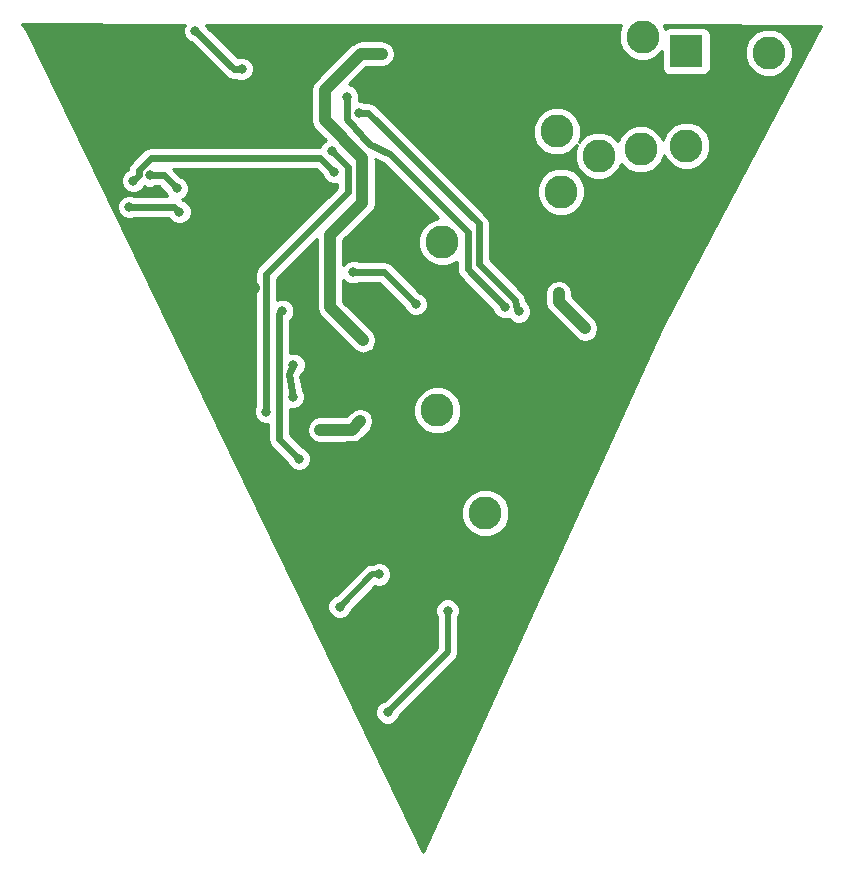
<source format=gbr>
G04 #@! TF.GenerationSoftware,KiCad,Pcbnew,no-vcs-found*
G04 #@! TF.CreationDate,2018-07-24T12:14:50+02:00*
G04 #@! TF.ProjectId,mycelium_pcb_radio,6D7963656C69756D5F7063625F726164,rev?*
G04 #@! TF.SameCoordinates,Original
G04 #@! TF.FileFunction,Copper,L2,Bot,Signal*
G04 #@! TF.FilePolarity,Positive*
%FSLAX46Y46*%
G04 Gerber Fmt 4.6, Leading zero omitted, Abs format (unit mm)*
G04 Created by KiCad (PCBNEW no-vcs-found) date Tue Jul 24 12:14:50 2018*
%MOMM*%
%LPD*%
G01*
G04 APERTURE LIST*
%ADD10C,2.800000*%
%ADD11R,2.800000X2.800000*%
%ADD12C,0.800000*%
%ADD13C,1.000000*%
%ADD14C,0.800000*%
%ADD15C,0.600000*%
%ADD16C,0.550000*%
%ADD17C,0.254000*%
G04 APERTURE END LIST*
D10*
X260388100Y-45834300D03*
X232321100Y-76136500D03*
X232752900Y-61874400D03*
X249542300Y-54025800D03*
X249707400Y-44500800D03*
D11*
X253403100Y-45720000D03*
D10*
X253403100Y-53720000D03*
X245973600Y-54559200D03*
X242443000Y-52489100D03*
X242798600Y-57607200D03*
X236372400Y-84823300D03*
D12*
X256438400Y-55118000D03*
X253009400Y-57607200D03*
X237007400Y-93954600D03*
X210769200Y-48920400D03*
X237655100Y-58394600D03*
X235699300Y-97878900D03*
X240538000Y-62611000D03*
X234391200Y-74599800D03*
X227761800Y-76695300D03*
X218160600Y-61163200D03*
X215696800Y-63093600D03*
X210527900Y-61163200D03*
X215811100Y-53035200D03*
X209969100Y-51943000D03*
X221792800Y-44589700D03*
X229666800Y-51435000D03*
X233667300Y-54178200D03*
X237337600Y-55346600D03*
X226923600Y-77952600D03*
X240106200Y-83820000D03*
X244640100Y-77343000D03*
X216789000Y-65798700D03*
X213512400Y-74295000D03*
X226034600Y-70180200D03*
X227622100Y-45948600D03*
X215747600Y-47218600D03*
X211836000Y-43980100D03*
X225780600Y-77038200D03*
X222389700Y-77762100D03*
X244830600Y-69189600D03*
X242582700Y-66217800D03*
X223608900Y-55930800D03*
X206578200Y-56692800D03*
X220611700Y-80238600D03*
X219189300Y-67703700D03*
X233184700Y-93091000D03*
X228104700Y-101701600D03*
X227380800Y-90017600D03*
X224053400Y-92735400D03*
X217817700Y-76238100D03*
X223380300Y-54178200D03*
X225666300Y-50939700D03*
X239204500Y-67741800D03*
X220103700Y-74980800D03*
X220141800Y-72275700D03*
X224675700Y-49555400D03*
X238023400Y-67386200D03*
X207987900Y-56235600D03*
X210273900Y-57340500D03*
X225209100Y-64427100D03*
X230505000Y-67132200D03*
X206222600Y-58902600D03*
X210477100Y-59321700D03*
D13*
X209969100Y-51943000D02*
X209943700Y-51943000D01*
D14*
X228015800Y-79044800D02*
X224663000Y-79044800D01*
X215023700Y-73139300D02*
X213512400Y-71628000D01*
X215023700Y-79578200D02*
X215023700Y-73139300D01*
X217424000Y-81978500D02*
X215023700Y-79578200D01*
X221729300Y-81978500D02*
X217424000Y-81978500D01*
X224663000Y-79044800D02*
X221729300Y-81978500D01*
X241846100Y-81076800D02*
X242347750Y-81578450D01*
D13*
X230047800Y-81076800D02*
X241846100Y-81076800D01*
D14*
X226923600Y-77952600D02*
X228015800Y-79044800D01*
X228015800Y-79044800D02*
X230047800Y-81076800D01*
D13*
X240106200Y-83820000D02*
X242347750Y-81578450D01*
D14*
X242347750Y-81578450D02*
X242658900Y-81267300D01*
D13*
X242658900Y-81267300D02*
X244640100Y-79286100D01*
X244640100Y-79286100D02*
X244640100Y-77343000D01*
X216789000Y-65798700D02*
X213512400Y-69075300D01*
X213512400Y-69075300D02*
X213512400Y-71628000D01*
X213512400Y-71628000D02*
X213512400Y-74295000D01*
X225933000Y-54927500D02*
X225933000Y-54737000D01*
X226034600Y-70180200D02*
X223240600Y-67386200D01*
X223240600Y-67386200D02*
X223240600Y-61252100D01*
X223240600Y-61252100D02*
X225958400Y-58534300D01*
X225958400Y-58534300D02*
X225958400Y-54952900D01*
X225958400Y-54952900D02*
X225933000Y-54927500D01*
X225844100Y-45948600D02*
X227622100Y-45948600D01*
X222770700Y-49022000D02*
X225844100Y-45948600D01*
X222770700Y-51574700D02*
X222770700Y-49022000D01*
X225933000Y-54737000D02*
X222770700Y-51574700D01*
D15*
X215074500Y-47218600D02*
X215747600Y-47218600D01*
X211836000Y-43980100D02*
X215074500Y-47218600D01*
D13*
X225780600Y-77038200D02*
X225056700Y-77762100D01*
X225056700Y-77762100D02*
X222389700Y-77762100D01*
X244830600Y-69189600D02*
X242582700Y-66941700D01*
X242582700Y-66941700D02*
X242582700Y-66217800D01*
D15*
X222427800Y-54749700D02*
X223608900Y-55930800D01*
X208102200Y-54749700D02*
X222427800Y-54749700D01*
X207035400Y-55816500D02*
X208102200Y-54749700D01*
X207035400Y-56235600D02*
X207035400Y-55816500D01*
X206578200Y-56692800D02*
X207035400Y-56235600D01*
X218909900Y-71450200D02*
X218909900Y-78536800D01*
X218909900Y-78536800D02*
X220611700Y-80238600D01*
X218909900Y-71450200D02*
X218935300Y-71475600D01*
X218909900Y-67983100D02*
X218909900Y-71450200D01*
X219189300Y-67703700D02*
X218909900Y-67983100D01*
D16*
X233184700Y-96621600D02*
X233184700Y-93091000D01*
X228104700Y-101701600D02*
X233184700Y-96621600D01*
X226771200Y-90017600D02*
X227380800Y-90017600D01*
X224053400Y-92735400D02*
X226771200Y-90017600D01*
D15*
X217817700Y-64579500D02*
X217817700Y-76238100D01*
X224726500Y-57670700D02*
X217817700Y-64579500D01*
X224726500Y-55524400D02*
X224726500Y-57670700D01*
X223380300Y-54178200D02*
X224726500Y-55524400D01*
X226453700Y-50939700D02*
X225666300Y-50939700D01*
X235813600Y-60299600D02*
X226453700Y-50939700D01*
X235813600Y-63728600D02*
X235813600Y-60299600D01*
X238861600Y-66776600D02*
X235813600Y-63728600D01*
X239090200Y-67627500D02*
X238861600Y-66776600D01*
X239204500Y-67741800D02*
X239090200Y-67627500D01*
X219751386Y-73035812D02*
X220103700Y-74980800D01*
X220141800Y-72275700D02*
X219751386Y-73035812D01*
X224713800Y-51435000D02*
X224675700Y-49555400D01*
X226573471Y-53587064D02*
X224713800Y-51435000D01*
X228282500Y-54419500D02*
X226573471Y-53587064D01*
X234899200Y-61036200D02*
X228282500Y-54419500D01*
X234899200Y-64198500D02*
X234899200Y-61036200D01*
X238023400Y-67386200D02*
X234899200Y-64198500D01*
X209169000Y-56235600D02*
X207987900Y-56235600D01*
X210273900Y-57340500D02*
X209169000Y-56235600D01*
X227799900Y-64427100D02*
X225209100Y-64427100D01*
X230505000Y-67132200D02*
X227799900Y-64427100D01*
X210058000Y-58902600D02*
X206222600Y-58902600D01*
X210477100Y-59321700D02*
X210058000Y-58902600D01*
D17*
G36*
X210931190Y-43460222D02*
X210801180Y-43773323D01*
X210800821Y-44185071D01*
X210958058Y-44565615D01*
X211248954Y-44857019D01*
X211491231Y-44957621D01*
X214413355Y-47879745D01*
X214716691Y-48082427D01*
X215074500Y-48153600D01*
X215300429Y-48153600D01*
X215540823Y-48253420D01*
X215952571Y-48253779D01*
X216333115Y-48096542D01*
X216624519Y-47805646D01*
X216782420Y-47425377D01*
X216782779Y-47013629D01*
X216625542Y-46633085D01*
X216334646Y-46341681D01*
X215954377Y-46183780D01*
X215542629Y-46183421D01*
X215414537Y-46236347D01*
X212813342Y-43635152D01*
X212742456Y-43463595D01*
X247907428Y-43529079D01*
X247672754Y-44094238D01*
X247672048Y-44903811D01*
X247981205Y-45652029D01*
X248553160Y-46224983D01*
X249300838Y-46535446D01*
X250110411Y-46536152D01*
X250858629Y-46226995D01*
X251355660Y-45730831D01*
X251355660Y-47120000D01*
X251404943Y-47367765D01*
X251545291Y-47577809D01*
X251755335Y-47718157D01*
X252003100Y-47767440D01*
X254803100Y-47767440D01*
X255050865Y-47718157D01*
X255260909Y-47577809D01*
X255401257Y-47367765D01*
X255450540Y-47120000D01*
X255450540Y-46237311D01*
X258352748Y-46237311D01*
X258661905Y-46985529D01*
X259233860Y-47558483D01*
X259981538Y-47868946D01*
X260791111Y-47869652D01*
X261539329Y-47560495D01*
X262112283Y-46988540D01*
X262422746Y-46240862D01*
X262423452Y-45431289D01*
X262114295Y-44683071D01*
X261542340Y-44110117D01*
X260794662Y-43799654D01*
X259985089Y-43798948D01*
X259236871Y-44108105D01*
X258663917Y-44680060D01*
X258353454Y-45427738D01*
X258352748Y-46237311D01*
X255450540Y-46237311D01*
X255450540Y-44320000D01*
X255401257Y-44072235D01*
X255260909Y-43862191D01*
X255050865Y-43721843D01*
X254803100Y-43672560D01*
X252003100Y-43672560D01*
X251755335Y-43721843D01*
X251623745Y-43809769D01*
X251510539Y-43535789D01*
X264838218Y-43560608D01*
X251347772Y-69028553D01*
X251344371Y-69035474D01*
X231149188Y-113492662D01*
X225554521Y-101906571D01*
X227069521Y-101906571D01*
X227226758Y-102287115D01*
X227517654Y-102578519D01*
X227897923Y-102736420D01*
X228309671Y-102736779D01*
X228690215Y-102579542D01*
X228981619Y-102288646D01*
X229107327Y-101985907D01*
X233828167Y-97265067D01*
X234025430Y-96969842D01*
X234094700Y-96621600D01*
X234094700Y-93598378D01*
X234219520Y-93297777D01*
X234219879Y-92886029D01*
X234062642Y-92505485D01*
X233771746Y-92214081D01*
X233391477Y-92056180D01*
X232979729Y-92055821D01*
X232599185Y-92213058D01*
X232307781Y-92503954D01*
X232149880Y-92884223D01*
X232149521Y-93295971D01*
X232274700Y-93598928D01*
X232274700Y-96244666D01*
X227820003Y-100699363D01*
X227519185Y-100823658D01*
X227227781Y-101114554D01*
X227069880Y-101494823D01*
X227069521Y-101906571D01*
X225554521Y-101906571D01*
X221224940Y-92940371D01*
X223018221Y-92940371D01*
X223175458Y-93320915D01*
X223466354Y-93612319D01*
X223846623Y-93770220D01*
X224258371Y-93770579D01*
X224638915Y-93613342D01*
X224930319Y-93322446D01*
X225056027Y-93019707D01*
X227067533Y-91008201D01*
X227174023Y-91052420D01*
X227585771Y-91052779D01*
X227966315Y-90895542D01*
X228257719Y-90604646D01*
X228415620Y-90224377D01*
X228415979Y-89812629D01*
X228258742Y-89432085D01*
X227967846Y-89140681D01*
X227587577Y-88982780D01*
X227175829Y-88982421D01*
X226872872Y-89107600D01*
X226771200Y-89107600D01*
X226422958Y-89176870D01*
X226127733Y-89374133D01*
X223768703Y-91733163D01*
X223467885Y-91857458D01*
X223176481Y-92148354D01*
X223018580Y-92528623D01*
X223018221Y-92940371D01*
X221224940Y-92940371D01*
X217499991Y-85226311D01*
X234337048Y-85226311D01*
X234646205Y-85974529D01*
X235218160Y-86547483D01*
X235965838Y-86857946D01*
X236775411Y-86858652D01*
X237523629Y-86549495D01*
X238096583Y-85977540D01*
X238407046Y-85229862D01*
X238407752Y-84420289D01*
X238098595Y-83672071D01*
X237526640Y-83099117D01*
X236778962Y-82788654D01*
X235969389Y-82787948D01*
X235221171Y-83097105D01*
X234648217Y-83669060D01*
X234337754Y-84416738D01*
X234337048Y-85226311D01*
X217499991Y-85226311D01*
X204887826Y-59107571D01*
X205187421Y-59107571D01*
X205344658Y-59488115D01*
X205635554Y-59779519D01*
X206015823Y-59937420D01*
X206427571Y-59937779D01*
X206670024Y-59837600D01*
X209570394Y-59837600D01*
X209599158Y-59907215D01*
X209890054Y-60198619D01*
X210270323Y-60356520D01*
X210682071Y-60356879D01*
X211062615Y-60199642D01*
X211354019Y-59908746D01*
X211511920Y-59528477D01*
X211512279Y-59116729D01*
X211355042Y-58736185D01*
X211064146Y-58444781D01*
X210821869Y-58344179D01*
X210743873Y-58266183D01*
X210859415Y-58218442D01*
X211150819Y-57927546D01*
X211308720Y-57547277D01*
X211309079Y-57135529D01*
X211151842Y-56754985D01*
X210860946Y-56463581D01*
X210618669Y-56362979D01*
X209940390Y-55684700D01*
X222040510Y-55684700D01*
X222631558Y-56275748D01*
X222730958Y-56516315D01*
X223021854Y-56807719D01*
X223402123Y-56965620D01*
X223791500Y-56965959D01*
X223791500Y-57283410D01*
X217156555Y-63918355D01*
X216953873Y-64221691D01*
X216882700Y-64579500D01*
X216882700Y-75790929D01*
X216782880Y-76031323D01*
X216782521Y-76443071D01*
X216939758Y-76823615D01*
X217230654Y-77115019D01*
X217610923Y-77272920D01*
X217974900Y-77273237D01*
X217974900Y-78536800D01*
X218046073Y-78894609D01*
X218248755Y-79197945D01*
X219634358Y-80583548D01*
X219733758Y-80824115D01*
X220024654Y-81115519D01*
X220404923Y-81273420D01*
X220816671Y-81273779D01*
X221197215Y-81116542D01*
X221488619Y-80825646D01*
X221646520Y-80445377D01*
X221646879Y-80033629D01*
X221489642Y-79653085D01*
X221198746Y-79361681D01*
X220956469Y-79261079D01*
X219844900Y-78149510D01*
X219844900Y-77762100D01*
X221254700Y-77762100D01*
X221341097Y-78196446D01*
X221587134Y-78564666D01*
X221955354Y-78810703D01*
X222389700Y-78897100D01*
X225056700Y-78897100D01*
X225491046Y-78810703D01*
X225859266Y-78564666D01*
X226583166Y-77840766D01*
X226829203Y-77472545D01*
X226915600Y-77038200D01*
X226829203Y-76603855D01*
X226786210Y-76539511D01*
X230285748Y-76539511D01*
X230594905Y-77287729D01*
X231166860Y-77860683D01*
X231914538Y-78171146D01*
X232724111Y-78171852D01*
X233472329Y-77862695D01*
X234045283Y-77290740D01*
X234355746Y-76543062D01*
X234356452Y-75733489D01*
X234047295Y-74985271D01*
X233475340Y-74412317D01*
X232727662Y-74101854D01*
X231918089Y-74101148D01*
X231169871Y-74410305D01*
X230596917Y-74982260D01*
X230286454Y-75729938D01*
X230285748Y-76539511D01*
X226786210Y-76539511D01*
X226583166Y-76235634D01*
X226214945Y-75989597D01*
X225780600Y-75903200D01*
X225346255Y-75989597D01*
X224978034Y-76235634D01*
X224586568Y-76627100D01*
X222389700Y-76627100D01*
X221955354Y-76713497D01*
X221587134Y-76959534D01*
X221341097Y-77327754D01*
X221254700Y-77762100D01*
X219844900Y-77762100D01*
X219844900Y-75994018D01*
X219896923Y-76015620D01*
X220308671Y-76015979D01*
X220689215Y-75858742D01*
X220980619Y-75567846D01*
X221138520Y-75187577D01*
X221138879Y-74775829D01*
X220981642Y-74395285D01*
X220940366Y-74353937D01*
X220727910Y-73181050D01*
X220757426Y-73123584D01*
X221018719Y-72862746D01*
X221176620Y-72482477D01*
X221176979Y-72070729D01*
X221019742Y-71690185D01*
X220728846Y-71398781D01*
X220348577Y-71240880D01*
X219936829Y-71240521D01*
X219844900Y-71278505D01*
X219844900Y-68511679D01*
X220066219Y-68290746D01*
X220224120Y-67910477D01*
X220224479Y-67498729D01*
X220067242Y-67118185D01*
X219776346Y-66826781D01*
X219396077Y-66668880D01*
X218984329Y-66668521D01*
X218752700Y-66764228D01*
X218752700Y-64966790D01*
X222105600Y-61613890D01*
X222105600Y-67386200D01*
X222191997Y-67820546D01*
X222305425Y-67990303D01*
X222438034Y-68188766D01*
X225232034Y-70982766D01*
X225600255Y-71228804D01*
X226034600Y-71315200D01*
X226468946Y-71228804D01*
X226837166Y-70982766D01*
X227083204Y-70614546D01*
X227169600Y-70180200D01*
X227083204Y-69745855D01*
X226837166Y-69377634D01*
X224375600Y-66916068D01*
X224375600Y-65057135D01*
X224622054Y-65304019D01*
X225002323Y-65461920D01*
X225414071Y-65462279D01*
X225656524Y-65362100D01*
X227412610Y-65362100D01*
X229527658Y-67477148D01*
X229627058Y-67717715D01*
X229917954Y-68009119D01*
X230298223Y-68167020D01*
X230709971Y-68167379D01*
X231090515Y-68010142D01*
X231381919Y-67719246D01*
X231539820Y-67338977D01*
X231540179Y-66927229D01*
X231382942Y-66546685D01*
X231092046Y-66255281D01*
X230849769Y-66154679D01*
X228461045Y-63765955D01*
X228157709Y-63563273D01*
X227799900Y-63492100D01*
X225656271Y-63492100D01*
X225415877Y-63392280D01*
X225004129Y-63391921D01*
X224623585Y-63549158D01*
X224375600Y-63796711D01*
X224375600Y-61722232D01*
X226760966Y-59336866D01*
X227007004Y-58968645D01*
X227093400Y-58534300D01*
X227093400Y-54952900D01*
X227077416Y-54872542D01*
X227732171Y-55191461D01*
X232379784Y-59839074D01*
X232349889Y-59839048D01*
X231601671Y-60148205D01*
X231028717Y-60720160D01*
X230718254Y-61467838D01*
X230717548Y-62277411D01*
X231026705Y-63025629D01*
X231598660Y-63598583D01*
X232346338Y-63909046D01*
X233155911Y-63909752D01*
X233904129Y-63600595D01*
X233964200Y-63540629D01*
X233964200Y-64198500D01*
X233998882Y-64372856D01*
X234031817Y-64547601D01*
X234034439Y-64551611D01*
X234035373Y-64556309D01*
X234134166Y-64704164D01*
X234231438Y-64852960D01*
X237041515Y-67720154D01*
X237145458Y-67971715D01*
X237436354Y-68263119D01*
X237816623Y-68421020D01*
X238228371Y-68421379D01*
X238364365Y-68365188D01*
X238617454Y-68618719D01*
X238997723Y-68776620D01*
X239409471Y-68776979D01*
X239790015Y-68619742D01*
X240081419Y-68328846D01*
X240239320Y-67948577D01*
X240239679Y-67536829D01*
X240082442Y-67156285D01*
X239876275Y-66949758D01*
X239764581Y-66534008D01*
X239737400Y-66478982D01*
X239725427Y-66418791D01*
X239657309Y-66316845D01*
X239608384Y-66217800D01*
X241447700Y-66217800D01*
X241447700Y-66941700D01*
X241534097Y-67376046D01*
X241710751Y-67640427D01*
X241780134Y-67744266D01*
X244028034Y-69992166D01*
X244396255Y-70238204D01*
X244830600Y-70324600D01*
X245264946Y-70238204D01*
X245633166Y-69992166D01*
X245879204Y-69623946D01*
X245965600Y-69189600D01*
X245879204Y-68755255D01*
X245633166Y-68387034D01*
X243717700Y-66471568D01*
X243717700Y-66217800D01*
X243631303Y-65783454D01*
X243385266Y-65415234D01*
X243017046Y-65169197D01*
X242582700Y-65082800D01*
X242148354Y-65169197D01*
X241780134Y-65415234D01*
X241534097Y-65783454D01*
X241447700Y-66217800D01*
X239608384Y-66217800D01*
X239603009Y-66206919D01*
X239556843Y-66166486D01*
X239522745Y-66115455D01*
X236748600Y-63341310D01*
X236748600Y-60299605D01*
X236748601Y-60299600D01*
X236677427Y-59941792D01*
X236677427Y-59941791D01*
X236474745Y-59638455D01*
X234846501Y-58010211D01*
X240763248Y-58010211D01*
X241072405Y-58758429D01*
X241644360Y-59331383D01*
X242392038Y-59641846D01*
X243201611Y-59642552D01*
X243949829Y-59333395D01*
X244522783Y-58761440D01*
X244833246Y-58013762D01*
X244833952Y-57204189D01*
X244524795Y-56455971D01*
X243952840Y-55883017D01*
X243205162Y-55572554D01*
X242395589Y-55571848D01*
X241647371Y-55881005D01*
X241074417Y-56452960D01*
X240763954Y-57200638D01*
X240763248Y-58010211D01*
X234846501Y-58010211D01*
X229728401Y-52892111D01*
X240407648Y-52892111D01*
X240716805Y-53640329D01*
X241288760Y-54213283D01*
X242036438Y-54523746D01*
X242846011Y-54524452D01*
X243594229Y-54215295D01*
X244138574Y-53671899D01*
X243938954Y-54152638D01*
X243938248Y-54962211D01*
X244247405Y-55710429D01*
X244819360Y-56283383D01*
X245567038Y-56593846D01*
X246376611Y-56594552D01*
X247124829Y-56285395D01*
X247697783Y-55713440D01*
X247889847Y-55250899D01*
X248388060Y-55749983D01*
X249135738Y-56060446D01*
X249945311Y-56061152D01*
X250693529Y-55751995D01*
X251266483Y-55180040D01*
X251536157Y-54530593D01*
X251676905Y-54871229D01*
X252248860Y-55444183D01*
X252996538Y-55754646D01*
X253806111Y-55755352D01*
X254554329Y-55446195D01*
X255127283Y-54874240D01*
X255437746Y-54126562D01*
X255438452Y-53316989D01*
X255129295Y-52568771D01*
X254557340Y-51995817D01*
X253809662Y-51685354D01*
X253000089Y-51684648D01*
X252251871Y-51993805D01*
X251678917Y-52565760D01*
X251409243Y-53215207D01*
X251268495Y-52874571D01*
X250696540Y-52301617D01*
X249948862Y-51991154D01*
X249139289Y-51990448D01*
X248391071Y-52299605D01*
X247818117Y-52871560D01*
X247626053Y-53334101D01*
X247127840Y-52835017D01*
X246380162Y-52524554D01*
X245570589Y-52523848D01*
X244822371Y-52833005D01*
X244278026Y-53376401D01*
X244477646Y-52895662D01*
X244478352Y-52086089D01*
X244169195Y-51337871D01*
X243597240Y-50764917D01*
X242849562Y-50454454D01*
X242039989Y-50453748D01*
X241291771Y-50762905D01*
X240718817Y-51334860D01*
X240408354Y-52082538D01*
X240407648Y-52892111D01*
X229728401Y-52892111D01*
X227114845Y-50278555D01*
X226811509Y-50075873D01*
X226453700Y-50004700D01*
X226113471Y-50004700D01*
X225873077Y-49904880D01*
X225651345Y-49904687D01*
X225710520Y-49762177D01*
X225710879Y-49350429D01*
X225553642Y-48969885D01*
X225262746Y-48678481D01*
X224882477Y-48520580D01*
X224877257Y-48520575D01*
X226314232Y-47083600D01*
X227622100Y-47083600D01*
X228056446Y-46997203D01*
X228424666Y-46751166D01*
X228670703Y-46382946D01*
X228757100Y-45948600D01*
X228670703Y-45514254D01*
X228424666Y-45146034D01*
X228056446Y-44899997D01*
X227622100Y-44813600D01*
X225844100Y-44813600D01*
X225409754Y-44899997D01*
X225154342Y-45070658D01*
X225041534Y-45146034D01*
X221968134Y-48219434D01*
X221722097Y-48587654D01*
X221635700Y-49022000D01*
X221635700Y-51574700D01*
X221722097Y-52009046D01*
X221963151Y-52369808D01*
X221968134Y-52377266D01*
X222862958Y-53272090D01*
X222794785Y-53300258D01*
X222503381Y-53591154D01*
X222410557Y-53814700D01*
X208102200Y-53814700D01*
X207744391Y-53885873D01*
X207441055Y-54088555D01*
X206374255Y-55155355D01*
X206171573Y-55458691D01*
X206110402Y-55766219D01*
X205992685Y-55814858D01*
X205701281Y-56105754D01*
X205543380Y-56486023D01*
X205543021Y-56897771D01*
X205700258Y-57278315D01*
X205991154Y-57569719D01*
X206371423Y-57727620D01*
X206783171Y-57727979D01*
X207163715Y-57570742D01*
X207455119Y-57279846D01*
X207506401Y-57156346D01*
X207781123Y-57270420D01*
X208192871Y-57270779D01*
X208435324Y-57170600D01*
X208781710Y-57170600D01*
X209296558Y-57685448D01*
X209395958Y-57926015D01*
X209437471Y-57967600D01*
X206669771Y-57967600D01*
X206429377Y-57867780D01*
X206017629Y-57867421D01*
X205637085Y-58024658D01*
X205345681Y-58315554D01*
X205187780Y-58695823D01*
X205187421Y-59107571D01*
X204887826Y-59107571D01*
X197599365Y-44013776D01*
X197582564Y-43987697D01*
X197121572Y-43434506D01*
X210931190Y-43460222D01*
X210931190Y-43460222D01*
G37*
X210931190Y-43460222D02*
X210801180Y-43773323D01*
X210800821Y-44185071D01*
X210958058Y-44565615D01*
X211248954Y-44857019D01*
X211491231Y-44957621D01*
X214413355Y-47879745D01*
X214716691Y-48082427D01*
X215074500Y-48153600D01*
X215300429Y-48153600D01*
X215540823Y-48253420D01*
X215952571Y-48253779D01*
X216333115Y-48096542D01*
X216624519Y-47805646D01*
X216782420Y-47425377D01*
X216782779Y-47013629D01*
X216625542Y-46633085D01*
X216334646Y-46341681D01*
X215954377Y-46183780D01*
X215542629Y-46183421D01*
X215414537Y-46236347D01*
X212813342Y-43635152D01*
X212742456Y-43463595D01*
X247907428Y-43529079D01*
X247672754Y-44094238D01*
X247672048Y-44903811D01*
X247981205Y-45652029D01*
X248553160Y-46224983D01*
X249300838Y-46535446D01*
X250110411Y-46536152D01*
X250858629Y-46226995D01*
X251355660Y-45730831D01*
X251355660Y-47120000D01*
X251404943Y-47367765D01*
X251545291Y-47577809D01*
X251755335Y-47718157D01*
X252003100Y-47767440D01*
X254803100Y-47767440D01*
X255050865Y-47718157D01*
X255260909Y-47577809D01*
X255401257Y-47367765D01*
X255450540Y-47120000D01*
X255450540Y-46237311D01*
X258352748Y-46237311D01*
X258661905Y-46985529D01*
X259233860Y-47558483D01*
X259981538Y-47868946D01*
X260791111Y-47869652D01*
X261539329Y-47560495D01*
X262112283Y-46988540D01*
X262422746Y-46240862D01*
X262423452Y-45431289D01*
X262114295Y-44683071D01*
X261542340Y-44110117D01*
X260794662Y-43799654D01*
X259985089Y-43798948D01*
X259236871Y-44108105D01*
X258663917Y-44680060D01*
X258353454Y-45427738D01*
X258352748Y-46237311D01*
X255450540Y-46237311D01*
X255450540Y-44320000D01*
X255401257Y-44072235D01*
X255260909Y-43862191D01*
X255050865Y-43721843D01*
X254803100Y-43672560D01*
X252003100Y-43672560D01*
X251755335Y-43721843D01*
X251623745Y-43809769D01*
X251510539Y-43535789D01*
X264838218Y-43560608D01*
X251347772Y-69028553D01*
X251344371Y-69035474D01*
X231149188Y-113492662D01*
X225554521Y-101906571D01*
X227069521Y-101906571D01*
X227226758Y-102287115D01*
X227517654Y-102578519D01*
X227897923Y-102736420D01*
X228309671Y-102736779D01*
X228690215Y-102579542D01*
X228981619Y-102288646D01*
X229107327Y-101985907D01*
X233828167Y-97265067D01*
X234025430Y-96969842D01*
X234094700Y-96621600D01*
X234094700Y-93598378D01*
X234219520Y-93297777D01*
X234219879Y-92886029D01*
X234062642Y-92505485D01*
X233771746Y-92214081D01*
X233391477Y-92056180D01*
X232979729Y-92055821D01*
X232599185Y-92213058D01*
X232307781Y-92503954D01*
X232149880Y-92884223D01*
X232149521Y-93295971D01*
X232274700Y-93598928D01*
X232274700Y-96244666D01*
X227820003Y-100699363D01*
X227519185Y-100823658D01*
X227227781Y-101114554D01*
X227069880Y-101494823D01*
X227069521Y-101906571D01*
X225554521Y-101906571D01*
X221224940Y-92940371D01*
X223018221Y-92940371D01*
X223175458Y-93320915D01*
X223466354Y-93612319D01*
X223846623Y-93770220D01*
X224258371Y-93770579D01*
X224638915Y-93613342D01*
X224930319Y-93322446D01*
X225056027Y-93019707D01*
X227067533Y-91008201D01*
X227174023Y-91052420D01*
X227585771Y-91052779D01*
X227966315Y-90895542D01*
X228257719Y-90604646D01*
X228415620Y-90224377D01*
X228415979Y-89812629D01*
X228258742Y-89432085D01*
X227967846Y-89140681D01*
X227587577Y-88982780D01*
X227175829Y-88982421D01*
X226872872Y-89107600D01*
X226771200Y-89107600D01*
X226422958Y-89176870D01*
X226127733Y-89374133D01*
X223768703Y-91733163D01*
X223467885Y-91857458D01*
X223176481Y-92148354D01*
X223018580Y-92528623D01*
X223018221Y-92940371D01*
X221224940Y-92940371D01*
X217499991Y-85226311D01*
X234337048Y-85226311D01*
X234646205Y-85974529D01*
X235218160Y-86547483D01*
X235965838Y-86857946D01*
X236775411Y-86858652D01*
X237523629Y-86549495D01*
X238096583Y-85977540D01*
X238407046Y-85229862D01*
X238407752Y-84420289D01*
X238098595Y-83672071D01*
X237526640Y-83099117D01*
X236778962Y-82788654D01*
X235969389Y-82787948D01*
X235221171Y-83097105D01*
X234648217Y-83669060D01*
X234337754Y-84416738D01*
X234337048Y-85226311D01*
X217499991Y-85226311D01*
X204887826Y-59107571D01*
X205187421Y-59107571D01*
X205344658Y-59488115D01*
X205635554Y-59779519D01*
X206015823Y-59937420D01*
X206427571Y-59937779D01*
X206670024Y-59837600D01*
X209570394Y-59837600D01*
X209599158Y-59907215D01*
X209890054Y-60198619D01*
X210270323Y-60356520D01*
X210682071Y-60356879D01*
X211062615Y-60199642D01*
X211354019Y-59908746D01*
X211511920Y-59528477D01*
X211512279Y-59116729D01*
X211355042Y-58736185D01*
X211064146Y-58444781D01*
X210821869Y-58344179D01*
X210743873Y-58266183D01*
X210859415Y-58218442D01*
X211150819Y-57927546D01*
X211308720Y-57547277D01*
X211309079Y-57135529D01*
X211151842Y-56754985D01*
X210860946Y-56463581D01*
X210618669Y-56362979D01*
X209940390Y-55684700D01*
X222040510Y-55684700D01*
X222631558Y-56275748D01*
X222730958Y-56516315D01*
X223021854Y-56807719D01*
X223402123Y-56965620D01*
X223791500Y-56965959D01*
X223791500Y-57283410D01*
X217156555Y-63918355D01*
X216953873Y-64221691D01*
X216882700Y-64579500D01*
X216882700Y-75790929D01*
X216782880Y-76031323D01*
X216782521Y-76443071D01*
X216939758Y-76823615D01*
X217230654Y-77115019D01*
X217610923Y-77272920D01*
X217974900Y-77273237D01*
X217974900Y-78536800D01*
X218046073Y-78894609D01*
X218248755Y-79197945D01*
X219634358Y-80583548D01*
X219733758Y-80824115D01*
X220024654Y-81115519D01*
X220404923Y-81273420D01*
X220816671Y-81273779D01*
X221197215Y-81116542D01*
X221488619Y-80825646D01*
X221646520Y-80445377D01*
X221646879Y-80033629D01*
X221489642Y-79653085D01*
X221198746Y-79361681D01*
X220956469Y-79261079D01*
X219844900Y-78149510D01*
X219844900Y-77762100D01*
X221254700Y-77762100D01*
X221341097Y-78196446D01*
X221587134Y-78564666D01*
X221955354Y-78810703D01*
X222389700Y-78897100D01*
X225056700Y-78897100D01*
X225491046Y-78810703D01*
X225859266Y-78564666D01*
X226583166Y-77840766D01*
X226829203Y-77472545D01*
X226915600Y-77038200D01*
X226829203Y-76603855D01*
X226786210Y-76539511D01*
X230285748Y-76539511D01*
X230594905Y-77287729D01*
X231166860Y-77860683D01*
X231914538Y-78171146D01*
X232724111Y-78171852D01*
X233472329Y-77862695D01*
X234045283Y-77290740D01*
X234355746Y-76543062D01*
X234356452Y-75733489D01*
X234047295Y-74985271D01*
X233475340Y-74412317D01*
X232727662Y-74101854D01*
X231918089Y-74101148D01*
X231169871Y-74410305D01*
X230596917Y-74982260D01*
X230286454Y-75729938D01*
X230285748Y-76539511D01*
X226786210Y-76539511D01*
X226583166Y-76235634D01*
X226214945Y-75989597D01*
X225780600Y-75903200D01*
X225346255Y-75989597D01*
X224978034Y-76235634D01*
X224586568Y-76627100D01*
X222389700Y-76627100D01*
X221955354Y-76713497D01*
X221587134Y-76959534D01*
X221341097Y-77327754D01*
X221254700Y-77762100D01*
X219844900Y-77762100D01*
X219844900Y-75994018D01*
X219896923Y-76015620D01*
X220308671Y-76015979D01*
X220689215Y-75858742D01*
X220980619Y-75567846D01*
X221138520Y-75187577D01*
X221138879Y-74775829D01*
X220981642Y-74395285D01*
X220940366Y-74353937D01*
X220727910Y-73181050D01*
X220757426Y-73123584D01*
X221018719Y-72862746D01*
X221176620Y-72482477D01*
X221176979Y-72070729D01*
X221019742Y-71690185D01*
X220728846Y-71398781D01*
X220348577Y-71240880D01*
X219936829Y-71240521D01*
X219844900Y-71278505D01*
X219844900Y-68511679D01*
X220066219Y-68290746D01*
X220224120Y-67910477D01*
X220224479Y-67498729D01*
X220067242Y-67118185D01*
X219776346Y-66826781D01*
X219396077Y-66668880D01*
X218984329Y-66668521D01*
X218752700Y-66764228D01*
X218752700Y-64966790D01*
X222105600Y-61613890D01*
X222105600Y-67386200D01*
X222191997Y-67820546D01*
X222305425Y-67990303D01*
X222438034Y-68188766D01*
X225232034Y-70982766D01*
X225600255Y-71228804D01*
X226034600Y-71315200D01*
X226468946Y-71228804D01*
X226837166Y-70982766D01*
X227083204Y-70614546D01*
X227169600Y-70180200D01*
X227083204Y-69745855D01*
X226837166Y-69377634D01*
X224375600Y-66916068D01*
X224375600Y-65057135D01*
X224622054Y-65304019D01*
X225002323Y-65461920D01*
X225414071Y-65462279D01*
X225656524Y-65362100D01*
X227412610Y-65362100D01*
X229527658Y-67477148D01*
X229627058Y-67717715D01*
X229917954Y-68009119D01*
X230298223Y-68167020D01*
X230709971Y-68167379D01*
X231090515Y-68010142D01*
X231381919Y-67719246D01*
X231539820Y-67338977D01*
X231540179Y-66927229D01*
X231382942Y-66546685D01*
X231092046Y-66255281D01*
X230849769Y-66154679D01*
X228461045Y-63765955D01*
X228157709Y-63563273D01*
X227799900Y-63492100D01*
X225656271Y-63492100D01*
X225415877Y-63392280D01*
X225004129Y-63391921D01*
X224623585Y-63549158D01*
X224375600Y-63796711D01*
X224375600Y-61722232D01*
X226760966Y-59336866D01*
X227007004Y-58968645D01*
X227093400Y-58534300D01*
X227093400Y-54952900D01*
X227077416Y-54872542D01*
X227732171Y-55191461D01*
X232379784Y-59839074D01*
X232349889Y-59839048D01*
X231601671Y-60148205D01*
X231028717Y-60720160D01*
X230718254Y-61467838D01*
X230717548Y-62277411D01*
X231026705Y-63025629D01*
X231598660Y-63598583D01*
X232346338Y-63909046D01*
X233155911Y-63909752D01*
X233904129Y-63600595D01*
X233964200Y-63540629D01*
X233964200Y-64198500D01*
X233998882Y-64372856D01*
X234031817Y-64547601D01*
X234034439Y-64551611D01*
X234035373Y-64556309D01*
X234134166Y-64704164D01*
X234231438Y-64852960D01*
X237041515Y-67720154D01*
X237145458Y-67971715D01*
X237436354Y-68263119D01*
X237816623Y-68421020D01*
X238228371Y-68421379D01*
X238364365Y-68365188D01*
X238617454Y-68618719D01*
X238997723Y-68776620D01*
X239409471Y-68776979D01*
X239790015Y-68619742D01*
X240081419Y-68328846D01*
X240239320Y-67948577D01*
X240239679Y-67536829D01*
X240082442Y-67156285D01*
X239876275Y-66949758D01*
X239764581Y-66534008D01*
X239737400Y-66478982D01*
X239725427Y-66418791D01*
X239657309Y-66316845D01*
X239608384Y-66217800D01*
X241447700Y-66217800D01*
X241447700Y-66941700D01*
X241534097Y-67376046D01*
X241710751Y-67640427D01*
X241780134Y-67744266D01*
X244028034Y-69992166D01*
X244396255Y-70238204D01*
X244830600Y-70324600D01*
X245264946Y-70238204D01*
X245633166Y-69992166D01*
X245879204Y-69623946D01*
X245965600Y-69189600D01*
X245879204Y-68755255D01*
X245633166Y-68387034D01*
X243717700Y-66471568D01*
X243717700Y-66217800D01*
X243631303Y-65783454D01*
X243385266Y-65415234D01*
X243017046Y-65169197D01*
X242582700Y-65082800D01*
X242148354Y-65169197D01*
X241780134Y-65415234D01*
X241534097Y-65783454D01*
X241447700Y-66217800D01*
X239608384Y-66217800D01*
X239603009Y-66206919D01*
X239556843Y-66166486D01*
X239522745Y-66115455D01*
X236748600Y-63341310D01*
X236748600Y-60299605D01*
X236748601Y-60299600D01*
X236677427Y-59941792D01*
X236677427Y-59941791D01*
X236474745Y-59638455D01*
X234846501Y-58010211D01*
X240763248Y-58010211D01*
X241072405Y-58758429D01*
X241644360Y-59331383D01*
X242392038Y-59641846D01*
X243201611Y-59642552D01*
X243949829Y-59333395D01*
X244522783Y-58761440D01*
X244833246Y-58013762D01*
X244833952Y-57204189D01*
X244524795Y-56455971D01*
X243952840Y-55883017D01*
X243205162Y-55572554D01*
X242395589Y-55571848D01*
X241647371Y-55881005D01*
X241074417Y-56452960D01*
X240763954Y-57200638D01*
X240763248Y-58010211D01*
X234846501Y-58010211D01*
X229728401Y-52892111D01*
X240407648Y-52892111D01*
X240716805Y-53640329D01*
X241288760Y-54213283D01*
X242036438Y-54523746D01*
X242846011Y-54524452D01*
X243594229Y-54215295D01*
X244138574Y-53671899D01*
X243938954Y-54152638D01*
X243938248Y-54962211D01*
X244247405Y-55710429D01*
X244819360Y-56283383D01*
X245567038Y-56593846D01*
X246376611Y-56594552D01*
X247124829Y-56285395D01*
X247697783Y-55713440D01*
X247889847Y-55250899D01*
X248388060Y-55749983D01*
X249135738Y-56060446D01*
X249945311Y-56061152D01*
X250693529Y-55751995D01*
X251266483Y-55180040D01*
X251536157Y-54530593D01*
X251676905Y-54871229D01*
X252248860Y-55444183D01*
X252996538Y-55754646D01*
X253806111Y-55755352D01*
X254554329Y-55446195D01*
X255127283Y-54874240D01*
X255437746Y-54126562D01*
X255438452Y-53316989D01*
X255129295Y-52568771D01*
X254557340Y-51995817D01*
X253809662Y-51685354D01*
X253000089Y-51684648D01*
X252251871Y-51993805D01*
X251678917Y-52565760D01*
X251409243Y-53215207D01*
X251268495Y-52874571D01*
X250696540Y-52301617D01*
X249948862Y-51991154D01*
X249139289Y-51990448D01*
X248391071Y-52299605D01*
X247818117Y-52871560D01*
X247626053Y-53334101D01*
X247127840Y-52835017D01*
X246380162Y-52524554D01*
X245570589Y-52523848D01*
X244822371Y-52833005D01*
X244278026Y-53376401D01*
X244477646Y-52895662D01*
X244478352Y-52086089D01*
X244169195Y-51337871D01*
X243597240Y-50764917D01*
X242849562Y-50454454D01*
X242039989Y-50453748D01*
X241291771Y-50762905D01*
X240718817Y-51334860D01*
X240408354Y-52082538D01*
X240407648Y-52892111D01*
X229728401Y-52892111D01*
X227114845Y-50278555D01*
X226811509Y-50075873D01*
X226453700Y-50004700D01*
X226113471Y-50004700D01*
X225873077Y-49904880D01*
X225651345Y-49904687D01*
X225710520Y-49762177D01*
X225710879Y-49350429D01*
X225553642Y-48969885D01*
X225262746Y-48678481D01*
X224882477Y-48520580D01*
X224877257Y-48520575D01*
X226314232Y-47083600D01*
X227622100Y-47083600D01*
X228056446Y-46997203D01*
X228424666Y-46751166D01*
X228670703Y-46382946D01*
X228757100Y-45948600D01*
X228670703Y-45514254D01*
X228424666Y-45146034D01*
X228056446Y-44899997D01*
X227622100Y-44813600D01*
X225844100Y-44813600D01*
X225409754Y-44899997D01*
X225154342Y-45070658D01*
X225041534Y-45146034D01*
X221968134Y-48219434D01*
X221722097Y-48587654D01*
X221635700Y-49022000D01*
X221635700Y-51574700D01*
X221722097Y-52009046D01*
X221963151Y-52369808D01*
X221968134Y-52377266D01*
X222862958Y-53272090D01*
X222794785Y-53300258D01*
X222503381Y-53591154D01*
X222410557Y-53814700D01*
X208102200Y-53814700D01*
X207744391Y-53885873D01*
X207441055Y-54088555D01*
X206374255Y-55155355D01*
X206171573Y-55458691D01*
X206110402Y-55766219D01*
X205992685Y-55814858D01*
X205701281Y-56105754D01*
X205543380Y-56486023D01*
X205543021Y-56897771D01*
X205700258Y-57278315D01*
X205991154Y-57569719D01*
X206371423Y-57727620D01*
X206783171Y-57727979D01*
X207163715Y-57570742D01*
X207455119Y-57279846D01*
X207506401Y-57156346D01*
X207781123Y-57270420D01*
X208192871Y-57270779D01*
X208435324Y-57170600D01*
X208781710Y-57170600D01*
X209296558Y-57685448D01*
X209395958Y-57926015D01*
X209437471Y-57967600D01*
X206669771Y-57967600D01*
X206429377Y-57867780D01*
X206017629Y-57867421D01*
X205637085Y-58024658D01*
X205345681Y-58315554D01*
X205187780Y-58695823D01*
X205187421Y-59107571D01*
X204887826Y-59107571D01*
X197599365Y-44013776D01*
X197582564Y-43987697D01*
X197121572Y-43434506D01*
X210931190Y-43460222D01*
M02*

</source>
